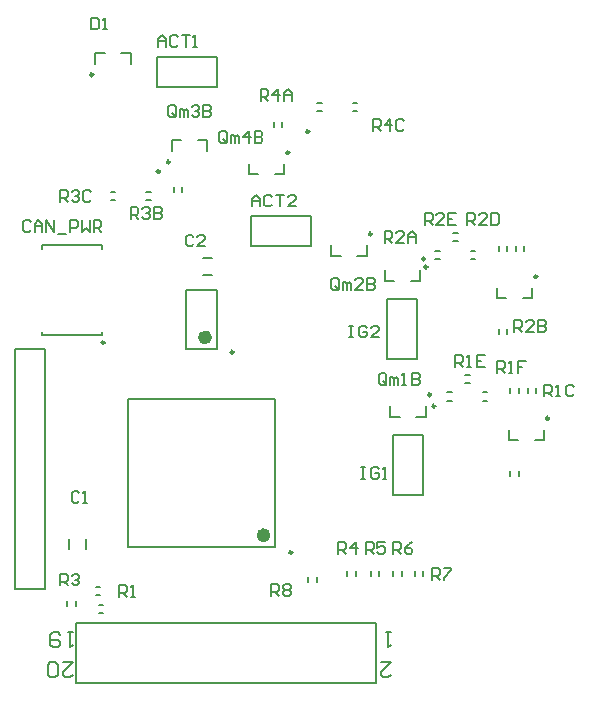
<source format=gto>
G04 Layer_Color=65535*
%FSLAX25Y25*%
%MOIN*%
G70*
G01*
G75*
%ADD24C,0.00984*%
%ADD32C,0.02362*%
%ADD33C,0.00787*%
%ADD34C,0.00800*%
D24*
X96161Y179724D02*
G03*
X96161Y179724I-492J0D01*
G01*
X77658Y113169D02*
G03*
X77658Y113169I-492J0D01*
G01*
X30807Y205709D02*
G03*
X30807Y205709I-492J0D01*
G01*
X123721Y152559D02*
G03*
X123721Y152559I-492J0D01*
G01*
X144886Y95201D02*
G03*
X144886Y95201I-492J0D01*
G01*
X182776Y91142D02*
G03*
X182776Y91142I-492J0D01*
G01*
X142228Y141598D02*
G03*
X142228Y141598I-492J0D01*
G01*
X53008Y173362D02*
G03*
X53008Y173362I-492J0D01*
G01*
X56398Y176575D02*
G03*
X56398Y176575I-492J0D01*
G01*
X102799Y186736D02*
G03*
X102799Y186736I-492J0D01*
G01*
X97146Y46457D02*
G03*
X97146Y46457I-492J0D01*
G01*
X34618Y116358D02*
G03*
X34618Y116358I-492J0D01*
G01*
X141437Y144291D02*
G03*
X141437Y144291I-492J0D01*
G01*
X143405Y99016D02*
G03*
X143405Y99016I-492J0D01*
G01*
X178839Y138386D02*
G03*
X178839Y138386I-492J0D01*
G01*
D32*
X69291Y118110D02*
G03*
X69291Y118110I-1181J0D01*
G01*
X88779Y52165D02*
G03*
X88779Y52165I-1181J0D01*
G01*
D33*
X130905Y38583D02*
Y40157D01*
X133661Y38583D02*
Y40157D01*
X137992Y38583D02*
Y40157D01*
X140748Y38583D02*
Y40157D01*
X123425Y38583D02*
Y40157D01*
X126181Y38583D02*
Y40157D01*
X115551Y38583D02*
Y40157D01*
X118307Y38583D02*
Y40157D01*
X102559Y36614D02*
Y38189D01*
X105315Y36614D02*
Y38189D01*
X4843Y34370D02*
Y114370D01*
Y34370D02*
X14842D01*
Y114370D01*
X4843D02*
X14842D01*
X150787Y150197D02*
X152362D01*
X150787Y152953D02*
X152362D01*
X94488Y172441D02*
Y175984D01*
X91339Y172441D02*
X94488D01*
X82677D02*
Y175984D01*
Y172441D02*
X85827D01*
X91142Y188189D02*
Y189764D01*
X93898Y188189D02*
Y189764D01*
X28543Y47638D02*
Y50787D01*
X22638Y47638D02*
Y50787D01*
X31693Y32087D02*
X33268D01*
X31693Y34842D02*
X33268D01*
X52087Y201693D02*
X72087D01*
Y211693D01*
X52087D02*
X72087D01*
X52087Y201693D02*
Y211693D01*
X83425Y158543D02*
X103425D01*
X83425Y148543D02*
Y158543D01*
Y148543D02*
X103425D01*
Y158543D01*
X67323Y144685D02*
X70472D01*
X67323Y138780D02*
X70472D01*
X72047Y114173D02*
Y133858D01*
X61811Y114173D02*
Y133858D01*
Y114173D02*
X72047D01*
X61811Y133858D02*
X72047D01*
X40157Y212894D02*
X43307D01*
Y209350D02*
Y212894D01*
X31496D02*
X34646D01*
X31496Y209350D02*
Y212894D01*
X110236Y145374D02*
X113386D01*
X110236D02*
Y148917D01*
X118898Y145374D02*
X122047D01*
Y148917D01*
X25079Y22874D02*
X117579D01*
X25079Y2874D02*
X117579D01*
X125079D01*
Y22874D01*
X117579D02*
X125079D01*
X25079Y2874D02*
Y22874D01*
X181103Y83858D02*
Y87402D01*
X177953Y83858D02*
X181103D01*
X169291D02*
Y87402D01*
Y83858D02*
X172441D01*
X57087Y180315D02*
Y183858D01*
X60236D01*
X68898Y180315D02*
Y183858D01*
X65748D02*
X68898D01*
X148819Y99803D02*
X150394D01*
X148819Y97047D02*
X150394D01*
X169882Y72047D02*
Y73622D01*
X172638Y72047D02*
Y73622D01*
X160630Y99803D02*
X162205D01*
X160630Y97047D02*
X162205D01*
X32677Y26181D02*
X34252D01*
X32677Y28937D02*
X34252D01*
X60433Y166535D02*
Y168110D01*
X57677Y166535D02*
Y168110D01*
X105512Y193504D02*
X107087D01*
X105512Y196260D02*
X107087D01*
X42323Y97441D02*
X91536D01*
X42323Y48228D02*
X91536D01*
X42323D02*
Y97441D01*
X91536Y48228D02*
Y97441D01*
X13622Y118858D02*
X33622D01*
X13622D02*
Y120039D01*
X33622Y118858D02*
Y120039D01*
X13622Y147677D02*
Y148858D01*
X33622Y147677D02*
Y148858D01*
X13622D02*
X33622D01*
X22244Y28740D02*
Y30315D01*
X25000Y28740D02*
Y30315D01*
X36614Y163977D02*
X38189D01*
X36614Y166732D02*
X38189D01*
X48425D02*
X50000D01*
X48425Y163977D02*
X50000D01*
X139764Y137008D02*
Y140551D01*
X136614Y137008D02*
X139764D01*
X127953D02*
Y140551D01*
Y137008D02*
X131103D01*
X138858Y110984D02*
Y130984D01*
X128858D02*
X138858D01*
X128858Y110984D02*
Y130984D01*
Y110984D02*
X138858D01*
X154724Y102953D02*
X156299D01*
X154724Y105709D02*
X156299D01*
X141732Y91732D02*
Y95276D01*
X138583Y91732D02*
X141732D01*
X129921D02*
Y95276D01*
Y91732D02*
X133071D01*
X140827Y65709D02*
Y85709D01*
X130827D02*
X140827D01*
X130827Y65709D02*
Y85709D01*
Y65709D02*
X140827D01*
X175787Y99606D02*
Y101181D01*
X178543Y99606D02*
Y101181D01*
X169882Y99606D02*
Y101181D01*
X172638Y99606D02*
Y101181D01*
X165945Y119291D02*
Y120866D01*
X168701Y119291D02*
Y120866D01*
X165945Y146850D02*
Y148425D01*
X168701Y146850D02*
Y148425D01*
X171850Y146850D02*
Y148425D01*
X174606Y146850D02*
Y148425D01*
X177165Y131102D02*
Y134646D01*
X174016Y131102D02*
X177165D01*
X165354D02*
Y134646D01*
Y131102D02*
X168504D01*
X144882Y147047D02*
X146457D01*
X144882Y144291D02*
X146457D01*
X156693Y147047D02*
X158268D01*
X156693Y144291D02*
X158268D01*
X117323Y196260D02*
X118898D01*
X117323Y193504D02*
X118898D01*
X130709Y46063D02*
Y49999D01*
X132676D01*
X133333Y49343D01*
Y48031D01*
X132676Y47375D01*
X130709D01*
X132021D02*
X133333Y46063D01*
X137268Y49999D02*
X135956Y49343D01*
X134644Y48031D01*
Y46719D01*
X135300Y46063D01*
X136612D01*
X137268Y46719D01*
Y47375D01*
X136612Y48031D01*
X134644D01*
X143701Y37402D02*
Y41337D01*
X145669D01*
X146325Y40681D01*
Y39369D01*
X145669Y38713D01*
X143701D01*
X145013D02*
X146325Y37402D01*
X147636Y41337D02*
X150260D01*
Y40681D01*
X147636Y38058D01*
Y37402D01*
X121653Y46063D02*
Y49999D01*
X123621D01*
X124277Y49343D01*
Y48031D01*
X123621Y47375D01*
X121653D01*
X122966D02*
X124277Y46063D01*
X128213Y49999D02*
X125589D01*
Y48031D01*
X126901Y48687D01*
X127557D01*
X128213Y48031D01*
Y46719D01*
X127557Y46063D01*
X126245D01*
X125589Y46719D01*
X112598Y46063D02*
Y49999D01*
X114566D01*
X115222Y49343D01*
Y48031D01*
X114566Y47375D01*
X112598D01*
X113910D02*
X115222Y46063D01*
X118502D02*
Y49999D01*
X116534Y48031D01*
X119158D01*
X90158Y31890D02*
Y35825D01*
X92125D01*
X92781Y35170D01*
Y33858D01*
X92125Y33202D01*
X90158D01*
X91469D02*
X92781Y31890D01*
X94093Y35170D02*
X94749Y35825D01*
X96061D01*
X96717Y35170D01*
Y34514D01*
X96061Y33858D01*
X96717Y33202D01*
Y32546D01*
X96061Y31890D01*
X94749D01*
X94093Y32546D01*
Y33202D01*
X94749Y33858D01*
X94093Y34514D01*
Y35170D01*
X94749Y33858D02*
X96061D01*
X141339Y155512D02*
Y159448D01*
X143306D01*
X143962Y158792D01*
Y157480D01*
X143306Y156824D01*
X141339D01*
X142650D02*
X143962Y155512D01*
X147898D02*
X145274D01*
X147898Y158136D01*
Y158792D01*
X147242Y159448D01*
X145930D01*
X145274Y158792D01*
X151834Y159448D02*
X149210D01*
Y155512D01*
X151834D01*
X149210Y157480D02*
X150522D01*
X75459Y183727D02*
Y186351D01*
X74803Y187007D01*
X73491D01*
X72835Y186351D01*
Y183727D01*
X73491Y183071D01*
X74803D01*
X74147Y184383D02*
X75459Y183071D01*
X74803D02*
X75459Y183727D01*
X76770Y183071D02*
Y185695D01*
X77426D01*
X78082Y185039D01*
Y183071D01*
Y185039D01*
X78738Y185695D01*
X79394Y185039D01*
Y183071D01*
X82674D02*
Y187007D01*
X80706Y185039D01*
X83330D01*
X84642Y187007D02*
Y183071D01*
X86610D01*
X87266Y183727D01*
Y184383D01*
X86610Y185039D01*
X84642D01*
X86610D01*
X87266Y185695D01*
Y186351D01*
X86610Y187007D01*
X84642D01*
X86614Y196850D02*
Y200786D01*
X88582D01*
X89238Y200130D01*
Y198818D01*
X88582Y198162D01*
X86614D01*
X87926D02*
X89238Y196850D01*
X92518D02*
Y200786D01*
X90550Y198818D01*
X93174D01*
X94486Y196850D02*
Y199474D01*
X95798Y200786D01*
X97110Y199474D01*
Y196850D01*
Y198818D01*
X94486D01*
X26246Y66272D02*
X25590Y66928D01*
X24278D01*
X23622Y66272D01*
Y63648D01*
X24278Y62992D01*
X25590D01*
X26246Y63648D01*
X27558Y62992D02*
X28870D01*
X28214D01*
Y66928D01*
X27558Y66272D01*
X39370Y31496D02*
Y35432D01*
X41338D01*
X41994Y34776D01*
Y33464D01*
X41338Y32808D01*
X39370D01*
X40682D02*
X41994Y31496D01*
X43306D02*
X44618D01*
X43962D01*
Y35432D01*
X43306Y34776D01*
X52450Y214850D02*
Y217473D01*
X53762Y218785D01*
X55073Y217473D01*
Y214850D01*
Y216817D01*
X52450D01*
X59009Y218129D02*
X58353Y218785D01*
X57041D01*
X56385Y218129D01*
Y215506D01*
X57041Y214850D01*
X58353D01*
X59009Y215506D01*
X60321Y218785D02*
X62945D01*
X61633D01*
Y214850D01*
X64257D02*
X65569D01*
X64913D01*
Y218785D01*
X64257Y218129D01*
X83850Y161750D02*
Y164373D01*
X85162Y165685D01*
X86473Y164373D01*
Y161750D01*
Y163717D01*
X83850D01*
X90409Y165029D02*
X89753Y165685D01*
X88441D01*
X87785Y165029D01*
Y162406D01*
X88441Y161750D01*
X89753D01*
X90409Y162406D01*
X91721Y165685D02*
X94345D01*
X93033D01*
Y161750D01*
X98281D02*
X95657D01*
X98281Y164373D01*
Y165029D01*
X97625Y165685D01*
X96313D01*
X95657Y165029D01*
X64273Y151729D02*
X63617Y152385D01*
X62306D01*
X61650Y151729D01*
Y149106D01*
X62306Y148450D01*
X63617D01*
X64273Y149106D01*
X68209Y148450D02*
X65585D01*
X68209Y151073D01*
Y151729D01*
X67553Y152385D01*
X66241D01*
X65585Y151729D01*
X30150Y224685D02*
Y220750D01*
X32118D01*
X32773Y221406D01*
Y224029D01*
X32118Y224685D01*
X30150D01*
X34085Y220750D02*
X35397D01*
X34741D01*
Y224685D01*
X34085Y224029D01*
X120079Y74802D02*
X121391D01*
X120735D01*
Y70866D01*
X120079D01*
X121391D01*
X125982Y74146D02*
X125326Y74802D01*
X124014D01*
X123359Y74146D01*
Y71522D01*
X124014Y70866D01*
X125326D01*
X125982Y71522D01*
Y72834D01*
X124670D01*
X127294Y70866D02*
X128606D01*
X127950D01*
Y74802D01*
X127294Y74146D01*
X116142Y122046D02*
X117454D01*
X116798D01*
Y118110D01*
X116142D01*
X117454D01*
X122045Y121390D02*
X121389Y122046D01*
X120078D01*
X119422Y121390D01*
Y118766D01*
X120078Y118110D01*
X121389D01*
X122045Y118766D01*
Y120078D01*
X120733D01*
X125981Y118110D02*
X123357D01*
X125981Y120734D01*
Y121390D01*
X125325Y122046D01*
X124013D01*
X123357Y121390D01*
X128608Y103018D02*
Y105642D01*
X127952Y106298D01*
X126640D01*
X125984Y105642D01*
Y103018D01*
X126640Y102362D01*
X127952D01*
X127296Y103674D02*
X128608Y102362D01*
X127952D02*
X128608Y103018D01*
X129920Y102362D02*
Y104986D01*
X130576D01*
X131232Y104330D01*
Y102362D01*
Y104330D01*
X131888Y104986D01*
X132544Y104330D01*
Y102362D01*
X133856D02*
X135168D01*
X134512D01*
Y106298D01*
X133856Y105642D01*
X137136Y106298D02*
Y102362D01*
X139103D01*
X139759Y103018D01*
Y103674D01*
X139103Y104330D01*
X137136D01*
X139103D01*
X139759Y104986D01*
Y105642D01*
X139103Y106298D01*
X137136D01*
X112860Y134514D02*
Y137138D01*
X112204Y137794D01*
X110892D01*
X110236Y137138D01*
Y134514D01*
X110892Y133858D01*
X112204D01*
X111548Y135170D02*
X112860Y133858D01*
X112204D02*
X112860Y134514D01*
X114172Y133858D02*
Y136482D01*
X114828D01*
X115484Y135826D01*
Y133858D01*
Y135826D01*
X116140Y136482D01*
X116796Y135826D01*
Y133858D01*
X120731D02*
X118108D01*
X120731Y136482D01*
Y137138D01*
X120076Y137794D01*
X118764D01*
X118108Y137138D01*
X122043Y137794D02*
Y133858D01*
X124011D01*
X124667Y134514D01*
Y135170D01*
X124011Y135826D01*
X122043D01*
X124011D01*
X124667Y136482D01*
Y137138D01*
X124011Y137794D01*
X122043D01*
X58373Y192206D02*
Y194829D01*
X57718Y195485D01*
X56406D01*
X55750Y194829D01*
Y192206D01*
X56406Y191550D01*
X57718D01*
X57061Y192861D02*
X58373Y191550D01*
X57718D02*
X58373Y192206D01*
X59685Y191550D02*
Y194173D01*
X60341D01*
X60997Y193517D01*
Y191550D01*
Y193517D01*
X61653Y194173D01*
X62309Y193517D01*
Y191550D01*
X63621Y194829D02*
X64277Y195485D01*
X65589D01*
X66245Y194829D01*
Y194173D01*
X65589Y193517D01*
X64933D01*
X65589D01*
X66245Y192861D01*
Y192206D01*
X65589Y191550D01*
X64277D01*
X63621Y192206D01*
X67557Y195485D02*
Y191550D01*
X69525D01*
X70181Y192206D01*
Y192861D01*
X69525Y193517D01*
X67557D01*
X69525D01*
X70181Y194173D01*
Y194829D01*
X69525Y195485D01*
X67557D01*
X181102Y98425D02*
Y102361D01*
X183070D01*
X183726Y101705D01*
Y100393D01*
X183070Y99737D01*
X181102D01*
X182414D02*
X183726Y98425D01*
X185038D02*
X186350D01*
X185694D01*
Y102361D01*
X185038Y101705D01*
X190942D02*
X190286Y102361D01*
X188974D01*
X188318Y101705D01*
Y99081D01*
X188974Y98425D01*
X190286D01*
X190942Y99081D01*
X151575Y108268D02*
Y112204D01*
X153543D01*
X154199Y111548D01*
Y110236D01*
X153543Y109580D01*
X151575D01*
X152887D02*
X154199Y108268D01*
X155510D02*
X156823D01*
X156167D01*
Y112204D01*
X155510Y111548D01*
X161414Y112204D02*
X158790D01*
Y108268D01*
X161414D01*
X158790Y110236D02*
X160102D01*
X165354Y106299D02*
Y110235D01*
X167322D01*
X167978Y109579D01*
Y108267D01*
X167322Y107611D01*
X165354D01*
X166666D02*
X167978Y106299D01*
X169290D02*
X170602D01*
X169946D01*
Y110235D01*
X169290Y109579D01*
X175194Y110235D02*
X172570D01*
Y108267D01*
X173882D01*
X172570D01*
Y106299D01*
X127953Y149606D02*
Y153542D01*
X129921D01*
X130577Y152886D01*
Y151574D01*
X129921Y150918D01*
X127953D01*
X129265D02*
X130577Y149606D01*
X134512D02*
X131888D01*
X134512Y152230D01*
Y152886D01*
X133856Y153542D01*
X132545D01*
X131888Y152886D01*
X135824Y149606D02*
Y152230D01*
X137136Y153542D01*
X138448Y152230D01*
Y149606D01*
Y151574D01*
X135824D01*
X171260Y120079D02*
Y124014D01*
X173228D01*
X173884Y123359D01*
Y122047D01*
X173228Y121391D01*
X171260D01*
X172572D02*
X173884Y120079D01*
X177819D02*
X175196D01*
X177819Y122703D01*
Y123359D01*
X177163Y124014D01*
X175852D01*
X175196Y123359D01*
X179131Y124014D02*
Y120079D01*
X181099D01*
X181755Y120735D01*
Y121391D01*
X181099Y122047D01*
X179131D01*
X181099D01*
X181755Y122703D01*
Y123359D01*
X181099Y124014D01*
X179131D01*
X155512Y155512D02*
Y159448D01*
X157480D01*
X158136Y158792D01*
Y157480D01*
X157480Y156824D01*
X155512D01*
X156824D02*
X158136Y155512D01*
X162071D02*
X159448D01*
X162071Y158136D01*
Y158792D01*
X161415Y159448D01*
X160103D01*
X159448Y158792D01*
X163383Y159448D02*
Y155512D01*
X165351D01*
X166007Y156168D01*
Y158792D01*
X165351Y159448D01*
X163383D01*
X43307Y157480D02*
Y161416D01*
X45275D01*
X45931Y160760D01*
Y159448D01*
X45275Y158792D01*
X43307D01*
X44619D02*
X45931Y157480D01*
X47243Y160760D02*
X47899Y161416D01*
X49211D01*
X49867Y160760D01*
Y160104D01*
X49211Y159448D01*
X48555D01*
X49211D01*
X49867Y158792D01*
Y158136D01*
X49211Y157480D01*
X47899D01*
X47243Y158136D01*
X51179Y161416D02*
Y157480D01*
X53146D01*
X53802Y158136D01*
Y158792D01*
X53146Y159448D01*
X51179D01*
X53146D01*
X53802Y160104D01*
Y160760D01*
X53146Y161416D01*
X51179D01*
X19685Y163386D02*
Y167322D01*
X21653D01*
X22309Y166666D01*
Y165354D01*
X21653Y164698D01*
X19685D01*
X20997D02*
X22309Y163386D01*
X23621Y166666D02*
X24277Y167322D01*
X25589D01*
X26245Y166666D01*
Y166010D01*
X25589Y165354D01*
X24933D01*
X25589D01*
X26245Y164698D01*
Y164042D01*
X25589Y163386D01*
X24277D01*
X23621Y164042D01*
X30180Y166666D02*
X29524Y167322D01*
X28212D01*
X27556Y166666D01*
Y164042D01*
X28212Y163386D01*
X29524D01*
X30180Y164042D01*
X19685Y35433D02*
Y39369D01*
X21653D01*
X22309Y38713D01*
Y37401D01*
X21653Y36745D01*
X19685D01*
X20997D02*
X22309Y35433D01*
X23621Y38713D02*
X24277Y39369D01*
X25589D01*
X26245Y38713D01*
Y38057D01*
X25589Y37401D01*
X24933D01*
X25589D01*
X26245Y36745D01*
Y36089D01*
X25589Y35433D01*
X24277D01*
X23621Y36089D01*
X124016Y187008D02*
Y190944D01*
X125984D01*
X126640Y190288D01*
Y188976D01*
X125984Y188320D01*
X124016D01*
X125328D02*
X126640Y187008D01*
X129919D02*
Y190944D01*
X127952Y188976D01*
X130575D01*
X134511Y190288D02*
X133855Y190944D01*
X132543D01*
X131887Y190288D01*
Y187664D01*
X132543Y187008D01*
X133855D01*
X134511Y187664D01*
X9973Y156529D02*
X9318Y157185D01*
X8006D01*
X7350Y156529D01*
Y153906D01*
X8006Y153250D01*
X9318D01*
X9973Y153906D01*
X11285Y153250D02*
Y155873D01*
X12597Y157185D01*
X13909Y155873D01*
Y153250D01*
Y155218D01*
X11285D01*
X15221Y153250D02*
Y157185D01*
X17845Y153250D01*
Y157185D01*
X19157Y152594D02*
X21781D01*
X23093Y153250D02*
Y157185D01*
X25060D01*
X25716Y156529D01*
Y155218D01*
X25060Y154561D01*
X23093D01*
X27028Y157185D02*
Y153250D01*
X28340Y154561D01*
X29652Y153250D01*
Y157185D01*
X30964Y153250D02*
Y157185D01*
X32932D01*
X33588Y156529D01*
Y155218D01*
X32932Y154561D01*
X30964D01*
X32276D02*
X33588Y153250D01*
D34*
X126746Y9874D02*
X130079D01*
X126746Y6542D01*
Y5709D01*
X127579Y4876D01*
X129246D01*
X130079Y5709D01*
Y19874D02*
X128413D01*
X129246D01*
Y14876D01*
X130079Y15709D01*
X24079Y19874D02*
X22413D01*
X23246D01*
Y14876D01*
X24079Y15709D01*
X19913Y19041D02*
X19080Y19874D01*
X17414D01*
X16581Y19041D01*
Y15709D01*
X17414Y14876D01*
X19080D01*
X19913Y15709D01*
Y16542D01*
X19080Y17375D01*
X16581D01*
X20746Y9874D02*
X24079D01*
X20746Y6542D01*
Y5709D01*
X21579Y4876D01*
X23246D01*
X24079Y5709D01*
X19080D02*
X18247Y4876D01*
X16581D01*
X15748Y5709D01*
Y9041D01*
X16581Y9874D01*
X18247D01*
X19080Y9041D01*
Y5709D01*
M02*

</source>
